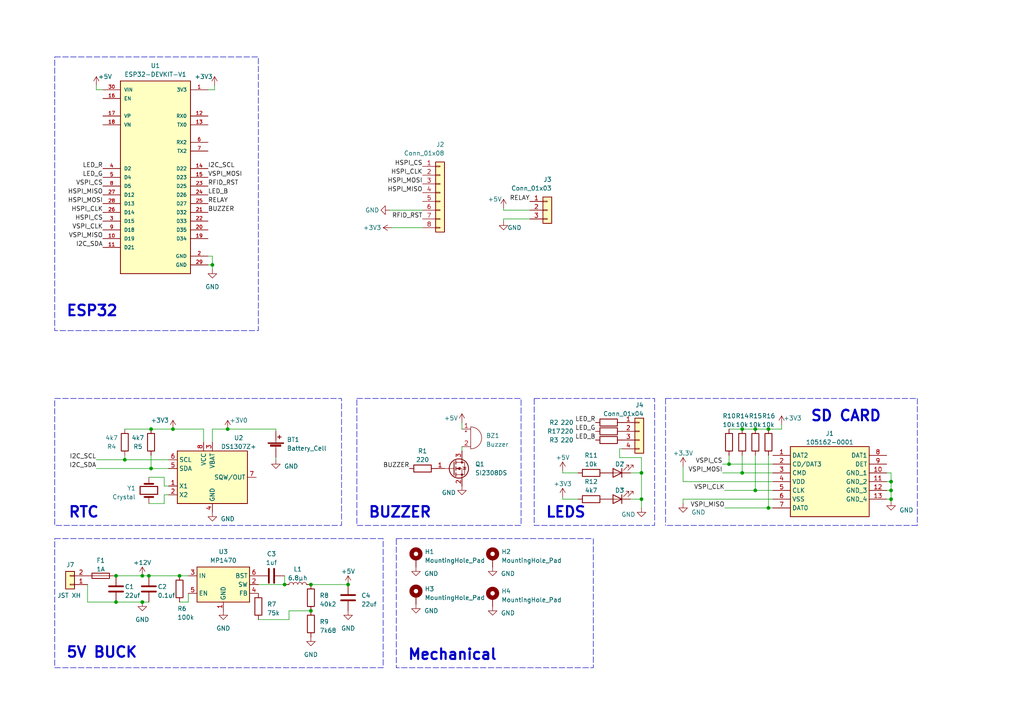
<source format=kicad_sch>
(kicad_sch (version 20230121) (generator eeschema)
  (paper "A4")
  (lib_symbols
    (symbol "Connector_Generic:Conn_01x02" (pin_names (offset 1.016) hide)
      (property "Reference" "J" (at 0 2.54 0))
      (property "Value" "Conn_01x02" (at 0 -5.08 0))
      (symbol "Conn_01x02_1_1"
        (rectangle (start -1.27 -2.413) (end 0 -2.667) (stroke (width 0.1524)))
        (rectangle (start -1.27 0.127) (end 0 -0.127) (stroke (width 0.1524)))
        (rectangle (start -1.27 1.27) (end 1.27 -3.81) (stroke (width 0.254)) (fill (type background)))
        (pin passive line (at -5.08 0 0) (length 3.81) (name "Pin_1") (number "1"))
        (pin passive line (at -5.08 -2.54 0) (length 3.81) (name "Pin_2") (number "2"))
      )
    )
    (symbol "Connector_Generic:Conn_01x03" (pin_names (offset 1.016) hide)
      (property "Reference" "J" (at 0 5.08 0))
      (property "Value" "Conn_01x03" (at 0 -5.08 0))
      (symbol "Conn_01x03_1_1"
        (rectangle (start -1.27 -2.413) (end 0 -2.667) (stroke (width 0.1524)))
        (rectangle (start -1.27 0.127) (end 0 -0.127) (stroke (width 0.1524)))
        (rectangle (start -1.27 2.667) (end 0 2.413) (stroke (width 0.1524)))
        (rectangle (start -1.27 3.81) (end 1.27 -3.81) (stroke (width 0.254)) (fill (type background)))
        (pin passive line (at -5.08 2.54 0) (length 3.81) (name "Pin_1") (number "1"))
        (pin passive line (at -5.08 0 0) (length 3.81) (name "Pin_2") (number "2"))
        (pin passive line (at -5.08 -2.54 0) (length 3.81) (name "Pin_3") (number "3"))
      )
    )
    (symbol "Connector_Generic:Conn_01x04" (pin_names (offset 1.016) hide)
      (property "Reference" "J" (at 0 5.08 0))
      (property "Value" "Conn_01x04" (at 0 -7.62 0))
      (symbol "Conn_01x04_1_1"
        (rectangle (start -1.27 -4.953) (end 0 -5.207) (stroke (width 0.1524)))
        (rectangle (start -1.27 -2.413) (end 0 -2.667) (stroke (width 0.1524)))
        (rectangle (start -1.27 0.127) (end 0 -0.127) (stroke (width 0.1524)))
        (rectangle (start -1.27 2.667) (end 0 2.413) (stroke (width 0.1524)))
        (rectangle (start -1.27 3.81) (end 1.27 -6.35) (stroke (width 0.254)) (fill (type background)))
        (pin passive line (at -5.08 2.54 0) (length 3.81) (name "Pin_1") (number "1"))
        (pin passive line (at -5.08 0 0) (length 3.81) (name "Pin_2") (number "2"))
        (pin passive line (at -5.08 -2.54 0) (length 3.81) (name "Pin_3") (number "3"))
        (pin passive line (at -5.08 -5.08 0) (length 3.81) (name "Pin_4") (number "4"))
      )
    )
    (symbol "Connector_Generic:Conn_01x08" (pin_names (offset 1.016) hide)
      (property "Reference" "J" (at 0 10.16 0))
      (property "Value" "Conn_01x08" (at 0 -12.7 0))
      (symbol "Conn_01x08_1_1"
        (rectangle (start -1.27 -10.033) (end 0 -10.287) (stroke (width 0.1524)))
        (rectangle (start -1.27 -7.493) (end 0 -7.747) (stroke (width 0.1524)))
        (rectangle (start -1.27 -4.953) (end 0 -5.207) (stroke (width 0.1524)))
        (rectangle (start -1.27 -2.413) (end 0 -2.667) (stroke (width 0.1524)))
        (rectangle (start -1.27 0.127) (end 0 -0.127) (stroke (width 0.1524)))
        (rectangle (start -1.27 2.667) (end 0 2.413) (stroke (width 0.1524)))
        (rectangle (start -1.27 5.207) (end 0 4.953) (stroke (width 0.1524)))
        (rectangle (start -1.27 7.747) (end 0 7.493) (stroke (width 0.1524)))
        (rectangle (start -1.27 8.89) (end 1.27 -11.43) (stroke (width 0.254)) (fill (type background)))
        (pin passive line (at -5.08 7.62 0) (length 3.81) (name "Pin_1") (number "1"))
        (pin passive line (at -5.08 5.08 0) (length 3.81) (name "Pin_2") (number "2"))
        (pin passive line (at -5.08 2.54 0) (length 3.81) (name "Pin_3") (number "3"))
        (pin passive line (at -5.08 0 0) (length 3.81) (name "Pin_4") (number "4"))
        (pin passive line (at -5.08 -2.54 0) (length 3.81) (name "Pin_5") (number "5"))
        (pin passive line (at -5.08 -5.08 0) (length 3.81) (name "Pin_6") (number "6"))
        (pin passive line (at -5.08 -7.62 0) (length 3.81) (name "Pin_7") (number "7"))
        (pin passive line (at -5.08 -10.16 0) (length 3.81) (name "Pin_8") (number "8"))
      )
    )
    (symbol "Device:Battery_Cell" (pin_numbers hide) (pin_names (offset 0) hide)
      (property "Reference" "BT" (at 2.54 2.54 0))
      (property "Value" "Battery_Cell" (at 2.54 0 0))
      (symbol "Battery_Cell_0_1"
        (rectangle (start -2.286 1.778) (end 2.286 1.524) (fill (type outline)))
        (rectangle (start -1.5748 1.1938) (end 1.4732 0.6858) (fill (type outline)))
        (polyline (pts (xy 0 0.762) (xy 0 0)))
        (polyline (pts (xy 0 1.778) (xy 0 2.54)))
        (polyline (pts (xy 0.508 3.429) (xy 1.524 3.429)) (stroke (width 0.254)))
        (polyline (pts (xy 1.016 3.937) (xy 1.016 2.921)) (stroke (width 0.254)))
      )
      (symbol "Battery_Cell_1_1"
        (pin passive line (at 0 5.08 270) (length 2.54) (name "+") (number "1"))
        (pin passive line (at 0 -2.54 90) (length 2.54) (name "-") (number "2"))
      )
    )
    (symbol "Device:Buzzer" (pin_names (offset 0.0254) hide)
      (property "Reference" "BZ" (at 3.81 1.27 0))
      (property "Value" "Buzzer" (at 3.81 -1.27 0))
      (symbol "Buzzer_0_1"
        (arc (start 0 -3.175) (mid 3.1612 0) (end 0 3.175))
        (polyline (pts (xy -1.651 1.905) (xy -1.143 1.905)))
        (polyline (pts (xy -1.397 2.159) (xy -1.397 1.651)))
        (polyline (pts (xy 0 3.175) (xy 0 -3.175)))
      )
      (symbol "Buzzer_1_1"
        (pin passive line (at -2.54 2.54 0) (length 2.54) (name "-") (number "1"))
        (pin passive line (at -2.54 -2.54 0) (length 2.54) (name "+") (number "2"))
      )
    )
    (symbol "Device:C" (pin_numbers hide) (pin_names (offset 0.254))
      (property "Reference" "C" (at 0.635 2.54 0))
      (property "Value" "C" (at 0.635 -2.54 0))
      (symbol "C_0_1"
        (polyline (pts (xy -2.032 -0.762) (xy 2.032 -0.762)) (stroke (width 0.508)))
        (polyline (pts (xy -2.032 0.762) (xy 2.032 0.762)) (stroke (width 0.508)))
      )
      (symbol "C_1_1"
        (pin passive line (at 0 3.81 270) (length 2.794) (name "~") (number "1"))
        (pin passive line (at 0 -3.81 90) (length 2.794) (name "~") (number "2"))
      )
    )
    (symbol "Device:Crystal" (pin_numbers hide) (pin_names (offset 1.016) hide)
      (property "Reference" "Y" (at 0 3.81 0))
      (property "Value" "Crystal" (at 0 -3.81 0))
      (symbol "Crystal_0_1"
        (rectangle (start -1.143 2.54) (end 1.143 -2.54) (stroke (width 0.3048)))
        (polyline (pts (xy -2.54 0) (xy -1.905 0)))
        (polyline (pts (xy -1.905 -1.27) (xy -1.905 1.27)) (stroke (width 0.508)))
        (polyline (pts (xy 1.905 -1.27) (xy 1.905 1.27)) (stroke (width 0.508)))
        (polyline (pts (xy 2.54 0) (xy 1.905 0)))
      )
      (symbol "Crystal_1_1"
        (pin passive line (at -3.81 0 0) (length 1.27) (name "1") (number "1"))
        (pin passive line (at 3.81 0 180) (length 1.27) (name "2") (number "2"))
      )
    )
    (symbol "Device:Fuse" (pin_numbers hide) (pin_names (offset 0))
      (property "Reference" "F" (at 2.032 0 90))
      (property "Value" "Fuse" (at -1.905 0 90))
      (symbol "Fuse_0_1"
        (rectangle (start -0.762 -2.54) (end 0.762 2.54) (stroke (width 0.254)))
        (polyline (pts (xy 0 2.54) (xy 0 -2.54)))
      )
      (symbol "Fuse_1_1"
        (pin passive line (at 0 3.81 270) (length 1.27) (name "~") (number "1"))
        (pin passive line (at 0 -3.81 90) (length 1.27) (name "~") (number "2"))
      )
    )
    (symbol "Device:L" (pin_numbers hide) (pin_names (offset 1.016) hide)
      (property "Reference" "L" (at -1.27 0 90))
      (property "Value" "L" (at 1.905 0 90))
      (symbol "L_0_1"
        (arc (start 0 -2.54) (mid 0.6323 -1.905) (end 0 -1.27))
        (arc (start 0 -1.27) (mid 0.6323 -0.635) (end 0 0))
        (arc (start 0 0) (mid 0.6323 0.635) (end 0 1.27))
        (arc (start 0 1.27) (mid 0.6323 1.905) (end 0 2.54))
      )
      (symbol "L_1_1"
        (pin passive line (at 0 3.81 270) (length 1.27) (name "1") (number "1"))
        (pin passive line (at 0 -3.81 90) (length 1.27) (name "2") (number "2"))
      )
    )
    (symbol "Device:LED" (pin_numbers hide) (pin_names (offset 1.016) hide)
      (property "Reference" "D" (at 0 2.54 0))
      (property "Value" "LED" (at 0 -2.54 0))
      (symbol "LED_0_1"
        (polyline (pts (xy -1.27 -1.27) (xy -1.27 1.27)) (stroke (width 0.254)))
        (polyline (pts (xy -1.27 0) (xy 1.27 0)))
        (polyline (pts (xy 1.27 -1.27) (xy 1.27 1.27) (xy -1.27 0) (xy 1.27 -1.27)) (stroke (width 0.254)))
        (polyline (pts (xy -3.048 -0.762) (xy -4.572 -2.286) (xy -3.81 -2.286) (xy -4.572 -2.286) (xy -4.572 -1.524)))
        (polyline (pts (xy -1.778 -0.762) (xy -3.302 -2.286) (xy -2.54 -2.286) (xy -3.302 -2.286) (xy -3.302 -1.524)))
      )
      (symbol "LED_1_1"
        (pin passive line (at -3.81 0 0) (length 2.54) (name "K") (number "1"))
        (pin passive line (at 3.81 0 180) (length 2.54) (name "A") (number "2"))
      )
    )
    (symbol "Device:Q_NMOS_GSD" (pin_names (offset 0) hide)
      (property "Reference" "Q" (at 5.08 1.27 0))
      (property "Value" "Q_NMOS_GSD" (at 5.08 -1.27 0))
      (symbol "Q_NMOS_GSD_0_1"
        (polyline (pts (xy 0.254 0) (xy -2.54 0)))
        (polyline (pts (xy 0.254 1.905) (xy 0.254 -1.905)) (stroke (width 0.254)))
        (polyline (pts (xy 0.762 -1.27) (xy 0.762 -2.286)) (stroke (width 0.254)))
        (polyline (pts (xy 0.762 0.508) (xy 0.762 -0.508)) (stroke (width 0.254)))
        (polyline (pts (xy 0.762 2.286) (xy 0.762 1.27)) (stroke (width 0.254)))
        (polyline (pts (xy 2.54 2.54) (xy 2.54 1.778)))
        (polyline (pts (xy 2.54 -2.54) (xy 2.54 0) (xy 0.762 0)))
        (polyline (pts (xy 0.762 -1.778) (xy 3.302 -1.778) (xy 3.302 1.778) (xy 0.762 1.778)))
        (polyline (pts (xy 1.016 0) (xy 2.032 0.381) (xy 2.032 -0.381) (xy 1.016 0)) (fill (type outline)))
        (polyline (pts (xy 2.794 0.508) (xy 2.921 0.381) (xy 3.683 0.381) (xy 3.81 0.254)))
        (polyline (pts (xy 3.302 0.381) (xy 2.921 -0.254) (xy 3.683 -0.254) (xy 3.302 0.381)))
        (circle (center 1.651 0) (radius 2.794) (stroke (width 0.254)))
        (circle (center 2.54 -1.778) (radius 0.254) (fill (type outline)))
        (circle (center 2.54 1.778) (radius 0.254) (fill (type outline)))
      )
      (symbol "Q_NMOS_GSD_1_1"
        (pin input line (at -5.08 0 0) (length 2.54) (name "G") (number "1"))
        (pin passive line (at 2.54 -5.08 90) (length 2.54) (name "S") (number "2"))
        (pin passive line (at 2.54 5.08 270) (length 2.54) (name "D") (number "3"))
      )
    )
    (symbol "Device:R" (pin_numbers hide) (pin_names (offset 0))
      (property "Reference" "R" (at 2.032 0 90))
      (property "Value" "R" (at 0 0 90))
      (symbol "R_0_1"
        (rectangle (start -1.016 -2.54) (end 1.016 2.54) (stroke (width 0.254)))
      )
      (symbol "R_1_1"
        (pin passive line (at 0 3.81 270) (length 1.27) (name "~") (number "1"))
        (pin passive line (at 0 -3.81 90) (length 1.27) (name "~") (number "2"))
      )
    )
    (symbol "ESP32-DEVKIT-V1:ESP32-DEVKIT-V1" (pin_names (offset 1.016))
      (property "Reference" "U" (at -10.16 30.48 0))
      (property "Value" "ESP32-DEVKIT-V1" (at -10.16 -30.48 0))
      (symbol "ESP32-DEVKIT-V1_0_0"
        (rectangle (start -10.16 -27.94) (end 10.16 27.94) (stroke (width 0.254)) (fill (type background)))
        (pin output line (at 15.24 25.4 180) (length 5.08) (name "3V3") (number "1"))
        (pin bidirectional line (at -15.24 -17.78 0) (length 5.08) (name "D19") (number "10"))
        (pin bidirectional line (at -15.24 -20.32 0) (length 5.08) (name "D21") (number "11"))
        (pin input line (at 15.24 17.78 180) (length 5.08) (name "RX0") (number "12"))
        (pin output line (at 15.24 15.24 180) (length 5.08) (name "TX0") (number "13"))
        (pin bidirectional line (at 15.24 2.54 180) (length 5.08) (name "D22") (number "14"))
        (pin bidirectional line (at 15.24 0 180) (length 5.08) (name "D23") (number "15"))
        (pin input line (at -15.24 22.86 0) (length 5.08) (name "EN") (number "16"))
        (pin bidirectional line (at -15.24 17.78 0) (length 5.08) (name "VP") (number "17"))
        (pin bidirectional line (at -15.24 15.24 0) (length 5.08) (name "VN") (number "18"))
        (pin bidirectional line (at 15.24 -17.78 180) (length 5.08) (name "D34") (number "19"))
        (pin power_in line (at 15.24 -22.86 180) (length 5.08) (name "GND") (number "2"))
        (pin bidirectional line (at 15.24 -15.24 180) (length 5.08) (name "D35") (number "20"))
        (pin bidirectional line (at 15.24 -10.16 180) (length 5.08) (name "D32") (number "21"))
        (pin bidirectional line (at 15.24 -12.7 180) (length 5.08) (name "D33") (number "22"))
        (pin bidirectional line (at 15.24 -2.54 180) (length 5.08) (name "D25") (number "23"))
        (pin bidirectional line (at 15.24 -5.08 180) (length 5.08) (name "D26") (number "24"))
        (pin bidirectional line (at 15.24 -7.62 180) (length 5.08) (name "D27") (number "25"))
        (pin bidirectional line (at -15.24 -10.16 0) (length 5.08) (name "D14") (number "26"))
        (pin bidirectional line (at -15.24 -5.08 0) (length 5.08) (name "D12") (number "27"))
        (pin bidirectional line (at -15.24 -7.62 0) (length 5.08) (name "D13") (number "28"))
        (pin power_in line (at 15.24 -25.4 180) (length 5.08) (name "GND") (number "29"))
        (pin bidirectional line (at -15.24 -12.7 0) (length 5.08) (name "D15") (number "3"))
        (pin input line (at -15.24 25.4 0) (length 5.08) (name "VIN") (number "30"))
        (pin bidirectional line (at -15.24 2.54 0) (length 5.08) (name "D2") (number "4"))
        (pin bidirectional line (at -15.24 0 0) (length 5.08) (name "D4") (number "5"))
        (pin input line (at 15.24 10.16 180) (length 5.08) (name "RX2") (number "6"))
        (pin output line (at 15.24 7.62 180) (length 5.08) (name "TX2") (number "7"))
        (pin bidirectional line (at -15.24 -2.54 0) (length 5.08) (name "D5") (number "8"))
        (pin bidirectional line (at -15.24 -15.24 0) (length 5.08) (name "D18") (number "9"))
      )
    )
    (symbol "Mechanical:MountingHole_Pad" (pin_numbers hide) (pin_names (offset 1.016) hide)
      (property "Reference" "H" (at 0 6.35 0))
      (property "Value" "MountingHole_Pad" (at 0 4.445 0))
      (symbol "MountingHole_Pad_0_1"
        (circle (center 0 1.27) (radius 1.27) (stroke (width 1.27)))
      )
      (symbol "MountingHole_Pad_1_1"
        (pin input line (at 0 -2.54 90) (length 2.54) (name "1") (number "1"))
      )
    )
    (symbol "Regulator_Switching:MP1470"
      (property "Reference" "U" (at -6.35 6.35 0))
      (property "Value" "MP1470" (at 3.81 6.35 0))
      (symbol "MP1470_0_1"
        (rectangle (start -7.62 5.08) (end 7.62 -5.08) (stroke (width 0.254)) (fill (type background)))
      )
      (symbol "MP1470_1_1"
        (pin power_in line (at 0 -7.62 90) (length 2.54) (name "GND") (number "1"))
        (pin power_out line (at 10.16 0 180) (length 2.54) (name "SW") (number "2"))
        (pin power_in line (at -10.16 2.54 0) (length 2.54) (name "IN") (number "3"))
        (pin input line (at 10.16 -2.54 180) (length 2.54) (name "FB") (number "4"))
        (pin input line (at -10.16 -2.54 0) (length 2.54) (name "EN") (number "5"))
        (pin passive line (at 10.16 2.54 180) (length 2.54) (name "BST") (number "6"))
      )
    )
    (symbol "SamacSys_Parts:105162-0001"
      (property "Reference" "J" (at 29.21 7.62 0))
      (property "Value" "105162-0001" (at 29.21 5.08 0))
      (symbol "105162-0001_1_1"
        (rectangle (start 5.08 2.54) (end 27.94 -17.78) (stroke (width 0.254)) (fill (type background)))
        (pin passive line (at 0 0 0) (length 5.08) (name "DAT2") (number "1"))
        (pin passive line (at 33.02 -5.08 180) (length 5.08) (name "GND_1") (number "10"))
        (pin passive line (at 33.02 -7.62 180) (length 5.08) (name "GND_2") (number "11"))
        (pin passive line (at 33.02 -10.16 180) (length 5.08) (name "GND_3") (number "12"))
        (pin passive line (at 33.02 -12.7 180) (length 5.08) (name "GND_4") (number "13"))
        (pin passive line (at 0 -2.54 0) (length 5.08) (name "CD/DAT3") (number "2"))
        (pin passive line (at 0 -5.08 0) (length 5.08) (name "CMD") (number "3"))
        (pin passive line (at 0 -7.62 0) (length 5.08) (name "VDD") (number "4"))
        (pin passive line (at 0 -10.16 0) (length 5.08) (name "CLK") (number "5"))
        (pin passive line (at 0 -12.7 0) (length 5.08) (name "VSS") (number "6"))
        (pin passive line (at 0 -15.24 0) (length 5.08) (name "DAT0") (number "7"))
        (pin passive line (at 33.02 0 180) (length 5.08) (name "DAT1") (number "8"))
        (pin passive line (at 33.02 -2.54 180) (length 5.08) (name "DET") (number "9"))
      )
    )
    (symbol "Timer_RTC:DS1307Z+"
      (property "Reference" "U" (at -8.89 8.89 0))
      (property "Value" "DS1307Z+" (at 1.27 8.89 0))
      (symbol "DS1307Z+_0_1"
        (rectangle (start -10.16 7.62) (end 10.16 -7.62) (stroke (width 0.254)) (fill (type background)))
      )
      (symbol "DS1307Z+_1_1"
        (pin input line (at -12.7 -2.54 0) (length 2.54) (name "X1") (number "1"))
        (pin input line (at -12.7 -5.08 0) (length 2.54) (name "X2") (number "2"))
        (pin power_in line (at 0 10.16 270) (length 2.54) (name "VBAT") (number "3"))
        (pin power_in line (at 0 -10.16 90) (length 2.54) (name "GND") (number "4"))
        (pin bidirectional line (at -12.7 2.54 0) (length 2.54) (name "SDA") (number "5"))
        (pin input line (at -12.7 5.08 0) (length 2.54) (name "SCL") (number "6"))
        (pin open_collector line (at 12.7 0 180) (length 2.54) (name "SQW/OUT") (number "7"))
        (pin power_in line (at -2.54 10.16 270) (length 2.54) (name "VCC") (number "8"))
      )
    )
    (symbol "power:+12V" (power) (pin_names (offset 0))
      (property "Value" "+12V" (at 0 3.556 0))
      (symbol "+12V_0_1"
        (polyline (pts (xy -0.762 1.27) (xy 0 2.54)))
        (polyline (pts (xy 0 0) (xy 0 2.54)))
        (polyline (pts (xy 0 2.54) (xy 0.762 1.27)))
      )
      (symbol "+12V_1_1"
        (pin power_in line (at 0 0 90) (length 0) hide (name "+12V") (number "1"))
      )
    )
    (symbol "power:+3.3V" (power) (pin_names (offset 0))
      (property "Value" "+3.3V" (at 0 3.556 0))
      (symbol "+3.3V_0_1"
        (polyline (pts (xy -0.762 1.27) (xy 0 2.54)))
        (polyline (pts (xy 0 0) (xy 0 2.54)))
        (polyline (pts (xy 0 2.54) (xy 0.762 1.27)))
      )
      (symbol "+3.3V_1_1"
        (pin power_in line (at 0 0 90) (length 0) hide (name "+3.3V") (number "1"))
      )
    )
    (symbol "power:+3V0" (power) (pin_names (offset 0))
      (property "Value" "+3V0" (at 0 3.556 0))
      (symbol "+3V0_0_1"
        (polyline (pts (xy -0.762 1.27) (xy 0 2.54)))
        (polyline (pts (xy 0 0) (xy 0 2.54)))
        (polyline (pts (xy 0 2.54) (xy 0.762 1.27)))
      )
      (symbol "+3V0_1_1"
        (pin power_in line (at 0 0 90) (length 0) hide (name "+3V0") (number "1"))
      )
    )
    (symbol "power:+3V3" (power) (pin_names (offset 0))
      (property "Value" "+3V3" (at 0 3.556 0))
      (symbol "+3V3_0_1"
        (polyline (pts (xy -0.762 1.27) (xy 0 2.54)))
        (polyline (pts (xy 0 0) (xy 0 2.54)))
        (polyline (pts (xy 0 2.54) (xy 0.762 1.27)))
      )
      (symbol "+3V3_1_1"
        (pin power_in line (at 0 0 90) (length 0) hide (name "+3V3") (number "1"))
      )
    )
    (symbol "power:+5V" (power) (pin_names (offset 0))
      (property "Value" "+5V" (at 0 3.556 0))
      (symbol "+5V_0_1"
        (polyline (pts (xy -0.762 1.27) (xy 0 2.54)))
        (polyline (pts (xy 0 0) (xy 0 2.54)))
        (polyline (pts (xy 0 2.54) (xy 0.762 1.27)))
      )
      (symbol "+5V_1_1"
        (pin power_in line (at 0 0 90) (length 0) hide (name "+5V") (number "1"))
      )
    )
    (symbol "power:GND" (power) (pin_names (offset 0))
      (property "Value" "GND" (at 0 -3.81 0))
      (symbol "GND_0_1"
        (polyline (pts (xy 0 0) (xy 0 -1.27) (xy 1.27 -1.27) (xy 0 -2.54) (xy -1.27 -1.27) (xy 0 -1.27)))
      )
      (symbol "GND_1_1"
        (pin power_in line (at 0 0 270) (length 0) hide (name "GND") (number "1"))
      )
    )
  )
  (junction (at 222.885 147.32))
  (junction (at 43.18 167.005))
  (junction (at 43.815 124.46))
  (junction (at 33.655 174.625))
  (junction (at 219.075 124.46))
  (junction (at 41.275 174.625))
  (junction (at 258.445 139.7))
  (junction (at 41.275 167.005))
  (junction (at 90.17 177.165))
  (junction (at 258.445 144.78))
  (junction (at 186.055 144.78))
  (junction (at 258.445 142.24))
  (junction (at 36.195 133.35))
  (junction (at 82.55 169.545))
  (junction (at 33.655 167.005))
  (junction (at 52.07 167.005))
  (junction (at 219.075 142.24))
  (junction (at 61.595 76.835))
  (junction (at 222.885 124.46))
  (junction (at 66.04 124.46))
  (junction (at 215.265 124.46))
  (junction (at 90.17 169.545))
  (junction (at 50.165 124.46))
  (junction (at 186.055 137.16))
  (junction (at 215.265 137.16))
  (junction (at 211.455 134.62))
  (junction (at 43.815 135.89))
  (junction (at 100.965 169.545))
  (wire (pts (xy 52.07 174.625) (xy 54.61 174.625)))
  (wire (pts (xy 60.325 26.035) (xy 62.23 26.035)))
  (polyline (pts (xy 266.065 115.57) (xy 266.065 152.4)) (stroke (width 0) (type dash)))
  (wire (pts (xy 61.595 74.295) (xy 60.325 74.295)))
  (wire (pts (xy 258.445 137.16) (xy 258.445 139.7)))
  (wire (pts (xy 80.01 124.46) (xy 66.04 124.46)))
  (wire (pts (xy 133.985 122.555) (xy 133.985 124.46)))
  (wire (pts (xy 62.23 26.035) (xy 62.23 24.765)))
  (wire (pts (xy 54.61 174.625) (xy 54.61 172.085)))
  (wire (pts (xy 47.625 138.43) (xy 47.625 140.97)))
  (wire (pts (xy 179.705 132.715) (xy 186.055 132.715)))
  (wire (pts (xy 36.195 124.46) (xy 43.815 124.46)))
  (wire (pts (xy 167.64 144.78) (xy 163.195 144.78)))
  (wire (pts (xy 211.455 134.62) (xy 224.155 134.62)))
  (wire (pts (xy 258.445 139.7) (xy 258.445 142.24)))
  (wire (pts (xy 215.265 124.46) (xy 219.075 124.46)))
  (wire (pts (xy 222.885 132.08) (xy 222.885 147.32)))
  (wire (pts (xy 83.82 177.165) (xy 90.17 177.165)))
  (wire (pts (xy 167.64 137.16) (xy 163.195 137.16)))
  (wire (pts (xy 211.455 132.08) (xy 211.455 134.62)))
  (wire (pts (xy 222.885 147.32) (xy 224.155 147.32)))
  (wire (pts (xy 198.12 144.78) (xy 198.12 146.05)))
  (wire (pts (xy 25.4 169.545) (xy 25.4 174.625)))
  (wire (pts (xy 153.67 63.5) (xy 146.05 63.5)))
  (wire (pts (xy 146.05 60.96) (xy 146.05 60.325)))
  (wire (pts (xy 146.05 63.5) (xy 146.05 64.135)))
  (wire (pts (xy 186.055 144.78) (xy 186.055 137.16)))
  (wire (pts (xy 179.705 130.175) (xy 179.705 132.715)))
  (wire (pts (xy 258.445 144.78) (xy 258.445 145.415)))
  (wire (pts (xy 52.07 167.005) (xy 54.61 167.005)))
  (wire (pts (xy 59.055 124.46) (xy 50.165 124.46)))
  (wire (pts (xy 43.18 167.005) (xy 41.275 167.005)))
  (wire (pts (xy 48.895 143.51) (xy 47.625 143.51)))
  (wire (pts (xy 48.895 133.35) (xy 36.195 133.35)))
  (wire (pts (xy 163.195 137.16) (xy 163.195 136.525)))
  (wire (pts (xy 25.4 174.625) (xy 33.655 174.625)))
  (wire (pts (xy 163.195 144.78) (xy 163.195 144.145)))
  (wire (pts (xy 74.93 169.545) (xy 82.55 169.545)))
  (wire (pts (xy 82.55 167.005) (xy 82.55 169.545)))
  (wire (pts (xy 226.695 124.46) (xy 222.885 124.46)))
  (wire (pts (xy 215.265 132.08) (xy 215.265 137.16)))
  (wire (pts (xy 182.88 144.78) (xy 186.055 144.78)))
  (wire (pts (xy 224.155 144.78) (xy 198.12 144.78)))
  (wire (pts (xy 60.325 76.835) (xy 61.595 76.835)))
  (wire (pts (xy 186.055 132.715) (xy 186.055 137.16)))
  (wire (pts (xy 258.445 142.24) (xy 258.445 144.78)))
  (wire (pts (xy 33.655 167.005) (xy 41.275 167.005)))
  (wire (pts (xy 133.985 130.81) (xy 133.985 129.54)))
  (wire (pts (xy 198.12 135.255) (xy 198.12 139.7)))
  (polyline (pts (xy 266.065 152.4) (xy 193.04 152.4)) (stroke (width 0) (type dash)))
  (wire (pts (xy 210.185 147.32) (xy 222.885 147.32)))
  (wire (pts (xy 43.18 167.005) (xy 52.07 167.005)))
  (wire (pts (xy 61.595 124.46) (xy 61.595 128.27)))
  (wire (pts (xy 36.195 133.35) (xy 27.94 133.35)))
  (wire (pts (xy 33.655 174.625) (xy 41.275 174.625)))
  (wire (pts (xy 257.175 142.24) (xy 258.445 142.24)))
  (wire (pts (xy 27.94 135.89) (xy 43.815 135.89)))
  (wire (pts (xy 36.195 132.08) (xy 36.195 133.35)))
  (wire (pts (xy 83.82 179.705) (xy 74.93 179.705)))
  (wire (pts (xy 226.695 123.19) (xy 226.695 124.46)))
  (wire (pts (xy 257.175 139.7) (xy 258.445 139.7)))
  (wire (pts (xy 27.94 26.035) (xy 27.94 24.765)))
  (wire (pts (xy 66.04 124.46) (xy 61.595 124.46)))
  (wire (pts (xy 182.88 137.16) (xy 186.055 137.16)))
  (wire (pts (xy 47.625 143.51) (xy 47.625 146.05)))
  (wire (pts (xy 43.815 135.89) (xy 48.895 135.89)))
  (wire (pts (xy 209.55 137.16) (xy 215.265 137.16)))
  (polyline (pts (xy 193.04 115.57) (xy 193.04 152.4)) (stroke (width 0) (type dash)))
  (wire (pts (xy 209.55 134.62) (xy 211.455 134.62)))
  (wire (pts (xy 83.82 177.165) (xy 83.82 179.705)))
  (wire (pts (xy 47.625 140.97) (xy 48.895 140.97)))
  (wire (pts (xy 219.075 124.46) (xy 222.885 124.46)))
  (wire (pts (xy 211.455 124.46) (xy 215.265 124.46)))
  (polyline (pts (xy 193.04 115.57) (xy 266.065 115.57)) (stroke (width 0) (type dash)))
  (wire (pts (xy 215.265 137.16) (xy 224.155 137.16)))
  (wire (pts (xy 43.815 132.08) (xy 43.815 135.89)))
  (wire (pts (xy 61.595 76.835) (xy 61.595 74.295)))
  (wire (pts (xy 210.185 142.24) (xy 219.075 142.24)))
  (wire (pts (xy 80.01 124.46) (xy 80.01 125.095)))
  (wire (pts (xy 219.075 142.24) (xy 224.155 142.24)))
  (wire (pts (xy 186.055 144.78) (xy 186.055 147.32)))
  (wire (pts (xy 257.175 144.78) (xy 258.445 144.78)))
  (wire (pts (xy 180.34 130.175) (xy 179.705 130.175)))
  (wire (pts (xy 50.165 124.46) (xy 43.815 124.46)))
  (wire (pts (xy 80.01 133.35) (xy 80.01 132.715)))
  (wire (pts (xy 29.845 26.035) (xy 27.94 26.035)))
  (wire (pts (xy 59.055 124.46) (xy 59.055 128.27)))
  (wire (pts (xy 47.625 146.05) (xy 43.18 146.05)))
  (wire (pts (xy 113.03 60.96) (xy 122.555 60.96)))
  (wire (pts (xy 33.02 167.005) (xy 33.655 167.005)))
  (wire (pts (xy 43.18 174.625) (xy 41.275 174.625)))
  (wire (pts (xy 198.12 139.7) (xy 224.155 139.7)))
  (wire (pts (xy 113.665 66.04) (xy 122.555 66.04)))
  (wire (pts (xy 90.17 169.545) (xy 100.965 169.545)))
  (wire (pts (xy 43.18 138.43) (xy 47.625 138.43)))
  (wire (pts (xy 219.075 132.08) (xy 219.075 142.24)))
  (wire (pts (xy 153.67 60.96) (xy 146.05 60.96)))
  (wire (pts (xy 61.595 78.105) (xy 61.595 76.835)))
  (wire (pts (xy 257.175 137.16) (xy 258.445 137.16)))
  (rectangle (start 15.875 115.57) (end 99.06 152.4) (stroke (width 0) (type dash)))
  (rectangle (start 15.875 16.51) (end 74.93 95.885) (stroke (width 0) (type dash)))
  (rectangle (start 15.875 156.21) (end 111.125 193.675) (stroke (width 0) (type dash)))
  (rectangle (start 154.94 115.57) (end 189.865 152.4) (stroke (width 0) (type dash)))
  (rectangle (start 103.505 115.57) (end 151.13 152.4) (stroke (width 0) (type dash)))
  (rectangle (start 114.935 156.21) (end 172.085 193.675) (stroke (width 0) (type dash)))
  (text "5V BUCK" (at 19.05 191.135 0) (effects (font (size 3.048 3.048) (thickness 0.6096) bold) (justify left bottom)))
  (text "RTC" (at 19.685 150.495 0) (effects (font (size 3.048 3.048) (thickness 0.6096) bold) (justify left bottom)))
  (text "SD CARD" (at 234.95 122.555 0) (effects (font (size 3.048 3.048) (thickness 0.6096) bold) (justify left bottom)))
  (text "ESP32" (at 19.05 92.075 0) (effects (font (size 3.048 3.048) (thickness 0.6096) bold) (justify left bottom)))
  (text "LEDS" (at 158.115 150.495 0) (effects (font (size 3.048 3.048) (thickness 0.6096) bold) (justify left bottom)))
  (text "BUZZER" (at 106.68 150.495 0) (effects (font (size 3.048 3.048) (thickness 0.6096) bold) (justify left bottom)))
  (text "Mechanical" (at 118.11 191.77 0) (effects (font (size 3.048 3.048) (thickness 0.6096) bold) (justify left bottom)))
  (label "LED_G" (at 29.845 51.435 180))
  (label "BUZZER" (at 60.325 61.595 0))
  (label "LED_G" (at 172.72 125.095 180))
  (label "HSPI_MOSI" (at 122.555 53.34 180))
  (label "VSPI_MISO" (at 210.185 147.32 180))
  (label "I2C_SDA" (at 29.845 71.755 180))
  (label "VSPI_CS" (at 209.55 134.62 180))
  (label "HSPI_MISO" (at 29.845 56.515 180))
  (label "VSPI_CS" (at 29.845 53.975 180))
  (label "HSPI_CLK" (at 29.845 61.595 180))
  (label "I2C_SCL" (at 27.94 133.35 180))
  (label "HSPI_MOSI" (at 29.845 59.055 180))
  (label "HSPI_CS" (at 29.845 64.135 180))
  (label "VSPI_MOSI" (at 60.325 51.435 0))
  (label "VSPI_CLK" (at 210.185 142.24 180))
  (label "LED_R" (at 29.845 48.895 180))
  (label "HSPI_CLK" (at 122.555 50.8 180))
  (label "RFID_RST" (at 60.325 53.975 0))
  (label "VSPI_MOSI" (at 209.55 137.16 180))
  (label "LED_B" (at 172.72 127.635 180))
  (label "RELAY" (at 153.67 58.42 180))
  (label "RFID_RST" (at 122.555 63.5 180))
  (label "I2C_SDA" (at 27.94 135.89 180))
  (label "HSPI_MISO" (at 122.555 55.88 180))
  (label "LED_R" (at 172.72 122.555 180))
  (label "LED_B" (at 60.325 56.515 0))
  (label "VSPI_CLK" (at 29.845 66.675 180))
  (label "HSPI_CS" (at 122.555 48.26 180))
  (label "VSPI_MISO" (at 29.845 69.215 180))
  (label "RELAY" (at 60.325 59.055 0))
  (label "I2C_SCL" (at 60.325 48.895 0))
  (label "BUZZER" (at 118.745 135.89 180))
  (symbol (lib_id "Device:R") (at 90.17 173.355 0) (unit 1)
    (property "Reference" "R8" (at 92.71 172.72 0) (effects (justify left)))
    (property "Value" "40k2" (at 92.71 175.26 0) (effects (justify left)))
    (property "Footprint" "Resistor_SMD:R_0805_2012Metric_Pad1.20x1.40mm_HandSolder" (effects hide))
  )
  (symbol (lib_id "Mechanical:MountingHole_Pad") (at 120.65 172.72 0) (unit 1)
    (property "Reference" "H3" (at 123.19 170.815 0) (effects (justify left)))
    (property "Value" "MountingHole_Pad" (at 123.19 173.355 0) (effects (justify left)))
    (property "Footprint" "MountingHole:MountingHole_3.2mm_M3_Pad_Via" (effects hide))
  )
  (symbol (lib_id "Device:R") (at 176.53 127.635 90) (unit 1)
    (property "Reference" "R3" (at 160.655 127.635 90))
    (property "Value" "220" (at 164.465 127.635 90))
    (property "Footprint" "Resistor_SMD:R_0805_2012Metric_Pad1.20x1.40mm_HandSolder" (effects hide))
  )
  (symbol (lib_id "Device:Buzzer") (at 136.525 127 0) (unit 1)
    (property "Reference" "BZ1" (at 140.97 126.365 0) (effects (justify left)))
    (property "Value" "Buzzer" (at 140.97 128.905 0) (effects (justify left)))
    (property "Footprint" "Buzzer_Beeper:Buzzer_12x9.5RM7.6" (effects hide))
  )
  (symbol (lib_id "power:GND") (at 120.65 175.26 0) (unit 1)
    (property "Reference" "#PWR027" (effects hide))
    (property "Value" "GND" (at 125.095 177.165 0))
  )
  (symbol (lib_id "Device:R") (at 171.45 137.16 90) (unit 1)
    (property "Reference" "R11" (at 171.45 132.08 90))
    (property "Value" "10k" (at 171.45 134.62 90))
    (property "Footprint" "Resistor_SMD:R_0805_2012Metric_Pad1.20x1.40mm_HandSolder" (effects hide))
  )
  (symbol (lib_id "Device:R") (at 176.53 125.095 90) (unit 1)
    (property "Reference" "R17" (at 160.655 125.095 90))
    (property "Value" "220" (at 164.465 125.095 90))
    (property "Footprint" "Resistor_SMD:R_0805_2012Metric_Pad1.20x1.40mm_HandSolder" (effects hide))
  )
  (symbol (lib_id "Regulator_Switching:MP1470") (at 64.77 169.545 0) (unit 1)
    (property "Reference" "U3" (at 64.77 160.02 0))
    (property "Value" "MP1470" (at 64.77 162.56 0))
    (property "Footprint" "Package_TO_SOT_SMD:TSOT-23-6" (effects hide))
    (property "Datasheet" "https://www.monolithicpower.com/pub/media/document/MP1470_r1.02.pdf" (effects hide))
  )
  (symbol (lib_id "power:GND") (at 64.77 177.165 0) (unit 1)
    (property "Reference" "#PWR022" (effects hide))
    (property "Value" "GND" (at 64.77 182.245 0))
  )
  (symbol (lib_id "Connector_Generic:Conn_01x04") (at 185.42 125.095 0) (unit 1)
    (property "Reference" "J4" (at 186.69 117.475 0) (effects (justify right)))
    (property "Value" "Conn_01x04" (at 186.69 120.015 0) (effects (justify right)))
    (property "Footprint" "Connector_JST:JST_XH_B4B-XH-A_1x04_P2.50mm_Vertical" (effects hide))
  )
  (symbol (lib_id "Device:R") (at 74.93 175.895 0) (unit 1)
    (property "Reference" "R7" (at 77.47 175.26 0) (effects (justify left)))
    (property "Value" "75k" (at 77.47 177.8 0) (effects (justify left)))
    (property "Footprint" "Resistor_SMD:R_0805_2012Metric_Pad1.20x1.40mm_HandSolder" (effects hide))
  )
  (symbol (lib_id "Device:Fuse") (at 29.21 167.005 90) (unit 1)
    (property "Reference" "F1" (at 29.21 162.56 90))
    (property "Value" "1A" (at 29.21 165.1 90))
    (property "Footprint" "Fuse:Fuse_1206_3216Metric" (effects hide))
  )
  (symbol (lib_id "power:+12V") (at 41.275 167.005 0) (unit 1)
    (property "Reference" "#PWR020" (effects hide))
    (property "Value" "+12V" (at 41.275 163.195 0))
  )
  (symbol (lib_id "power:+3V0") (at 66.04 124.46 0) (unit 1)
    (property "Reference" "#PWR019" (effects hide))
    (property "Value" "+3V0" (at 69.215 121.92 0))
  )
  (symbol (lib_id "Device:C") (at 43.18 170.815 0) (unit 1)
    (property "Reference" "C2" (at 45.72 170.18 0) (effects (justify left)))
    (property "Value" "0.1uf" (at 45.72 172.72 0) (effects (justify left)))
    (property "Footprint" "Capacitor_SMD:C_0805_2012Metric_Pad1.18x1.45mm_HandSolder" (effects hide))
  )
  (symbol (lib_id "Device:R") (at 52.07 170.815 0) (unit 1)
    (property "Reference" "R6" (at 51.435 176.53 0) (effects (justify left)))
    (property "Value" "100k" (at 51.435 179.07 0) (effects (justify left)))
    (property "Footprint" "Resistor_SMD:R_0805_2012Metric_Pad1.20x1.40mm_HandSolder" (effects hide))
  )
  (symbol (lib_id "Device:LED") (at 179.07 137.16 180) (unit 1)
    (property "Reference" "D2" (at 179.705 134.62 0))
    (property "Value" "~" (at 180.6575 133.985 0))
    (property "Footprint" "LED_SMD:LED_0805_2012Metric_Pad1.15x1.40mm_HandSolder" (effects hide))
  )
  (symbol (lib_id "Device:L") (at 86.36 169.545 90) (unit 1)
    (property "Reference" "L1" (at 86.36 165.1 90))
    (property "Value" "6.8μh" (at 86.36 167.64 90))
    (property "Footprint" "Inductor_SMD:L_Changjiang_FNR8040S" (effects hide))
  )
  (symbol (lib_id "Device:R") (at 171.45 144.78 90) (unit 1)
    (property "Reference" "R12" (at 171.45 139.7 90))
    (property "Value" "4k7" (at 171.45 142.24 90))
    (property "Footprint" "Resistor_SMD:R_0805_2012Metric_Pad1.20x1.40mm_HandSolder" (effects hide))
  )
  (symbol (lib_id "Device:R") (at 90.17 180.975 0) (unit 1)
    (property "Reference" "R9" (at 92.71 180.34 0) (effects (justify left)))
    (property "Value" "7k68" (at 92.71 182.88 0) (effects (justify left)))
    (property "Footprint" "Resistor_SMD:R_0805_2012Metric_Pad1.20x1.40mm_HandSolder" (effects hide))
  )
  (symbol (lib_id "Device:LED") (at 179.07 144.78 180) (unit 1)
    (property "Reference" "D3" (at 179.705 142.24 0))
    (property "Value" "~" (at 180.6575 141.605 0))
    (property "Footprint" "LED_SMD:LED_0805_2012Metric_Pad1.15x1.40mm_HandSolder" (effects hide))
  )
  (symbol (lib_id "Mechanical:MountingHole_Pad") (at 142.875 173.355 0) (unit 1)
    (property "Reference" "H4" (at 145.415 171.45 0) (effects (justify left)))
    (property "Value" "MountingHole_Pad" (at 145.415 173.99 0) (effects (justify left)))
    (property "Footprint" "MountingHole:MountingHole_3.2mm_M3_Pad_Via" (effects hide))
  )
  (symbol (lib_id "power:GND") (at 133.985 140.97 0) (unit 1)
    (property "Reference" "#PWR013" (effects hide))
    (property "Value" "GND" (at 130.175 142.875 0))
  )
  (symbol (lib_id "power:GND") (at 113.03 60.96 270) (unit 1)
    (property "Reference" "#PWR010" (effects hide))
    (property "Value" "GND" (at 107.95 60.96 90))
  )
  (symbol (lib_id "power:GND") (at 142.875 164.465 0) (unit 1)
    (property "Reference" "#PWR028" (effects hide))
    (property "Value" "GND" (at 147.32 166.37 0))
  )
  (symbol (lib_id "Mechanical:MountingHole_Pad") (at 120.65 161.925 0) (unit 1)
    (property "Reference" "H1" (at 123.19 160.02 0) (effects (justify left)))
    (property "Value" "MountingHole_Pad" (at 123.19 162.56 0) (effects (justify left)))
    (property "Footprint" "MountingHole:MountingHole_3.2mm_M3_Pad_Via" (effects hide))
  )
  (symbol (lib_id "power:+3V3") (at 62.23 24.765 0) (unit 1)
    (property "Reference" "#PWR08" (effects hide))
    (property "Value" "+3V3" (at 59.055 22.225 0))
  )
  (symbol (lib_id "power:GND") (at 90.17 184.785 0) (unit 1)
    (property "Reference" "#PWR023" (effects hide))
    (property "Value" "GND" (at 90.17 189.865 0))
  )
  (symbol (lib_id "Device:R") (at 122.555 135.89 90) (unit 1)
    (property "Reference" "R1" (at 122.555 130.81 90))
    (property "Value" "220" (at 122.555 133.35 90))
    (property "Footprint" "Resistor_SMD:R_0805_2012Metric_Pad1.20x1.40mm_HandSolder" (effects hide))
  )
  (symbol (lib_id "ESP32-DEVKIT-V1:ESP32-DEVKIT-V1") (at 45.085 51.435 0) (unit 1)
    (property "Reference" "U1" (at 45.085 19.05 0))
    (property "Value" "ESP32-DEVKIT-V1" (at 45.085 21.59 0))
    (property "Footprint" "esp32-devkit-v1:MODULE_ESP32_DEVKIT_V1" (effects hide))
    (property "MANUFACTURER" "DOIT" (effects hide))
    (property "PARTREV" "N/A" (effects hide))
    (property "STANDARD" "Manufacturer Recommendations" (effects hide))
    (property "MAXIMUM_PACKAGE_HEIGHT" "6.8 mm" (effects hide))
  )
  (symbol (lib_id "Device:C") (at 78.74 167.005 90) (unit 1)
    (property "Reference" "C3" (at 78.74 160.655 90))
    (property "Value" "1uf" (at 78.74 163.195 90))
    (property "Footprint" "Capacitor_SMD:C_0805_2012Metric_Pad1.18x1.45mm_HandSolder" (effects hide))
  )
  (symbol (lib_id "Connector_Generic:Conn_01x03") (at 158.75 60.96 0) (unit 1)
    (property "Reference" "J3" (at 160.02 52.07 0) (effects (justify right)))
    (property "Value" "Conn_01x03" (at 160.02 54.61 0) (effects (justify right)))
    (property "Footprint" "Connector_JST:JST_XH_B3B-XH-A_1x03_P2.50mm_Vertical" (effects hide))
  )
  (symbol (lib_id "Device:R") (at 43.815 128.27 180) (unit 1)
    (property "Reference" "R5" (at 40.005 129.54 0))
    (property "Value" "4k7" (at 40.005 127 0))
    (property "Footprint" "Resistor_SMD:R_0805_2012Metric_Pad1.20x1.40mm_HandSolder" (effects hide))
  )
  (symbol (lib_id "Device:R") (at 211.455 128.27 180) (unit 1)
    (property "Reference" "R10" (at 209.55 120.65 0) (effects (justify right)))
    (property "Value" "10k" (at 209.55 123.19 0) (effects (justify right)))
    (property "Footprint" "Resistor_SMD:R_0805_2012Metric_Pad1.20x1.40mm_HandSolder" (effects hide))
  )
  (symbol (lib_id "power:+5V") (at 163.195 136.525 0) (unit 1)
    (property "Reference" "#PWR05" (effects hide))
    (property "Value" "+5V" (at 163.195 132.715 0))
  )
  (symbol (lib_id "Device:Battery_Cell") (at 80.01 130.175 0) (unit 1)
    (property "Reference" "BT1" (at 83.185 127.508 0) (effects (justify left)))
    (property "Value" "Battery_Cell" (at 83.185 130.048 0) (effects (justify left)))
    (property "Footprint" "C70381:BAT-SMD_CR1220-2" (effects hide))
  )
  (symbol (lib_id "power:GND") (at 142.875 175.895 0) (unit 1)
    (property "Reference" "#PWR029" (effects hide))
    (property "Value" "GND" (at 147.32 177.8 0))
  )
  (symbol (lib_id "Device:Q_NMOS_GSD") (at 131.445 135.89 0) (unit 1)
    (property "Reference" "Q1" (at 137.795 134.6199 0) (effects (justify left)))
    (property "Value" "SI2308DS" (at 137.795 137.1599 0) (effects (justify left)))
    (property "Footprint" "Package_TO_SOT_SMD:SOT-23_Handsoldering" (effects hide))
  )
  (symbol (lib_id "power:+5V") (at 133.985 122.555 0) (unit 1)
    (property "Reference" "#PWR016" (effects hide))
    (property "Value" "+5V" (at 130.81 121.285 0))
  )
  (symbol (lib_id "Device:R") (at 219.075 128.27 180) (unit 1)
    (property "Reference" "R15" (at 217.17 120.65 0) (effects (justify right)))
    (property "Value" "10k" (at 217.17 123.19 0) (effects (justify right)))
    (property "Footprint" "Resistor_SMD:R_0805_2012Metric_Pad1.20x1.40mm_HandSolder" (effects hide))
  )
  (symbol (lib_id "power:+3V3") (at 50.165 124.46 0) (unit 1)
    (property "Reference" "#PWR03" (effects hide))
    (property "Value" "+3V3" (at 46.355 121.92 0))
  )
  (symbol (lib_id "Device:C") (at 100.965 173.355 0) (unit 1)
    (property "Reference" "C4" (at 104.775 172.72 0) (effects (justify left)))
    (property "Value" "22uf" (at 104.775 175.26 0) (effects (justify left)))
    (property "Footprint" "Capacitor_SMD:C_1206_3216Metric_Pad1.33x1.80mm_HandSolder" (effects hide))
  )
  (symbol (lib_id "power:GND") (at 80.01 133.35 0) (unit 1)
    (property "Reference" "#PWR018" (effects hide))
    (property "Value" "GND" (at 84.455 135.255 0))
  )
  (symbol (lib_id "Device:C") (at 33.655 170.815 0) (unit 1)
    (property "Reference" "C1" (at 36.195 170.18 0) (effects (justify left)))
    (property "Value" "22uf" (at 36.195 172.72 0) (effects (justify left)))
    (property "Footprint" "Capacitor_SMD:C_1206_3216Metric_Pad1.33x1.80mm_HandSolder" (effects hide))
  )
  (symbol (lib_id "power:GND") (at 146.05 64.135 0) (unit 1)
    (property "Reference" "#PWR012" (effects hide))
    (property "Value" "GND" (at 149.225 66.04 0))
  )
  (symbol (lib_id "power:GND") (at 100.965 177.165 0) (unit 1)
    (property "Reference" "#PWR025" (effects hide))
    (property "Value" "GND" (at 100.965 182.245 0))
  )
  (symbol (lib_id "Device:R") (at 36.195 128.27 180) (unit 1)
    (property "Reference" "R4" (at 32.385 129.54 0))
    (property "Value" "4k7" (at 32.385 127 0))
    (property "Footprint" "Resistor_SMD:R_0805_2012Metric_Pad1.20x1.40mm_HandSolder" (effects hide))
  )
  (symbol (lib_id "Device:R") (at 215.265 128.27 180) (unit 1)
    (property "Reference" "R14" (at 213.36 120.65 0) (effects (justify right)))
    (property "Value" "10k" (at 213.36 123.19 0) (effects (justify right)))
    (property "Footprint" "Resistor_SMD:R_0805_2012Metric_Pad1.20x1.40mm_HandSolder" (effects hide))
  )
  (symbol (lib_id "Mechanical:MountingHole_Pad") (at 142.875 161.925 0) (unit 1)
    (property "Reference" "H2" (at 145.415 160.02 0) (effects (justify left)))
    (property "Value" "MountingHole_Pad" (at 145.415 162.56 0) (effects (justify left)))
    (property "Footprint" "MountingHole:MountingHole_3.2mm_M3_Pad_Via" (effects hide))
  )
  (symbol (lib_id "power:+3V3") (at 226.695 123.19 0) (mirror y) (unit 1)
    (property "Reference" "#PWR06" (effects hide))
    (property "Value" "+3V3" (at 229.87 121.285 0))
  )
  (symbol (lib_id "power:+5V") (at 100.965 169.545 0) (unit 1)
    (property "Reference" "#PWR024" (effects hide))
    (property "Value" "+5V" (at 100.965 165.735 0))
  )
  (symbol (lib_id "power:GND") (at 61.595 78.105 0) (unit 1)
    (property "Reference" "#PWR01" (effects hide))
    (property "Value" "GND" (at 61.595 83.185 0))
  )
  (symbol (lib_id "power:GND") (at 258.445 145.415 0) (unit 1)
    (property "Reference" "#PWR034" (effects hide))
    (property "Value" "GND" (at 262.89 147.955 0))
  )
  (symbol (lib_id "Device:R") (at 176.53 122.555 90) (unit 1)
    (property "Reference" "R2" (at 160.655 122.555 90))
    (property "Value" "220" (at 164.465 122.555 90))
    (property "Footprint" "Resistor_SMD:R_0805_2012Metric_Pad1.20x1.40mm_HandSolder" (effects hide))
  )
  (symbol (lib_id "power:GND") (at 120.65 164.465 0) (unit 1)
    (property "Reference" "#PWR026" (effects hide))
    (property "Value" "GND" (at 125.095 166.37 0))
  )
  (symbol (lib_id "Connector_Generic:Conn_01x08") (at 127.635 55.88 0) (unit 1)
    (property "Reference" "J2" (at 128.905 41.91 0) (effects (justify right)))
    (property "Value" "Conn_01x08" (at 128.905 44.45 0) (effects (justify right)))
    (property "Footprint" "Connector_JST:JST_XH_B8B-XH-A_1x08_P2.50mm_Vertical" (effects hide))
  )
  (symbol (lib_id "SamacSys_Parts:105162-0001") (at 224.155 132.08 0) (unit 1)
    (property "Reference" "J1" (at 240.665 125.73 0))
    (property "Value" "105162-0001" (at 240.665 128.27 0))
    (property "Footprint" "C393941:TF-SMD_TF-PUSH" (effects hide))
    (property "Datasheet" "http://www.molex.com/webdocs/datasheets/pdf/en-us//1051620001_MEMORY_CARD_SOCKET.pdf" (effects hide))
    (property "Mouser Part Number" "538-105162-0001" (effects hide))
    (property "Mouser Price/Stock" "https://www.mouser.co.uk/ProductDetail/Molex/105162-0001?qs=1fNsfHe5VsK8daqlgKxZfQ%3D%3D" (effects hide))
    (property "Manufacturer_Name" "Molex" (effects hide))
    (property "Manufacturer_Part_Number" "105162-0001" (effects hide))
  )
  (symbol (lib_id "power:GND") (at 186.055 147.32 0) (unit 1)
    (property "Reference" "#PWR031" (effects hide))
    (property "Value" "GND" (at 182.245 149.225 0))
  )
  (symbol (lib_id "Timer_RTC:DS1307Z+") (at 61.595 138.43 0) (unit 1)
    (property "Reference" "U2" (at 69.215 127 0))
    (property "Value" "DS1307Z+" (at 69.215 129.54 0))
    (property "Footprint" "Package_SO:SOIC-8_3.9x4.9mm_P1.27mm" (effects hide))
    (property "Datasheet" "https://datasheets.maximintegrated.com/en/ds/DS1307.pdf" (effects hide))
  )
  (symbol (lib_id "power:GND") (at 41.275 174.625 0) (unit 1)
    (property "Reference" "#PWR021" (effects hide))
    (property "Value" "GND" (at 41.275 179.705 0))
  )
  (symbol (lib_id "power:GND") (at 198.12 146.05 0) (unit 1)
    (property "Reference" "#PWR032" (effects hide))
    (property "Value" "GND" (at 202.565 148.59 0))
  )
  (symbol (lib_id "Device:Crystal") (at 43.18 142.24 270) (unit 1)
    (property "Reference" "Y1" (at 39.37 141.605 90) (effects (justify right)))
    (property "Value" "Crystal" (at 39.37 144.145 90) (effects (justify right)))
    (property "Footprint" "Crystal:Crystal_C38-LF_D3.0mm_L8.0mm_Horizontal" (effects hide))
  )
  (symbol (lib_id "power:+3V3") (at 113.665 66.04 90) (unit 1)
    (property "Reference" "#PWR09" (effects hide))
    (property "Value" "+3V3" (at 107.95 66.04 90))
  )
  (symbol (lib_id "power:+3V3") (at 163.195 144.145 0) (unit 1)
    (property "Reference" "#PWR07" (effects hide))
    (property "Value" "+3V3" (at 163.195 140.335 0))
  )
  (symbol (lib_id "Connector_Generic:Conn_01x02") (at 20.32 169.545 180) (unit 1)
    (property "Reference" "J7" (at 21.59 163.83 0) (effects (justify left)))
    (property "Value" "JST XH" (at 23.495 172.72 0) (effects (justify left)))
    (property "Footprint" "Connector_JST:JST_XH_B2B-XH-A_1x02_P2.50mm_Vertical" (effects hide))
  )
  (symbol (lib_id "power:+3.3V") (at 198.12 135.255 0) (unit 1)
    (property "Reference" "#PWR02" (effects hide))
    (property "Value" "+3.3V" (at 198.12 131.445 0))
  )
  (symbol (lib_id "Device:R") (at 222.885 128.27 180) (unit 1)
    (property "Reference" "R16" (at 220.98 120.65 0) (effects (justify right)))
    (property "Value" "10k" (at 220.98 123.19 0) (effects (justify right)))
    (property "Footprint" "Resistor_SMD:R_0805_2012Metric_Pad1.20x1.40mm_HandSolder" (effects hide))
  )
  (symbol (lib_id "power:GND") (at 61.595 148.59 0) (unit 1)
    (property "Reference" "#PWR017" (effects hide))
    (property "Value" "GND" (at 66.04 150.495 0))
  )
  (symbol (lib_id "power:+5V") (at 27.94 24.765 0) (unit 1)
    (property "Reference" "#PWR04" (effects hide))
    (property "Value" "+5V" (at 30.48 22.225 0))
  )
  (symbol (lib_id "power:+5V") (at 146.05 60.325 0) (mirror y) (unit 1)
    (property "Reference" "#PWR011" (effects hide))
    (property "Value" "+5V" (at 143.51 57.785 0))
  )
)
</source>
